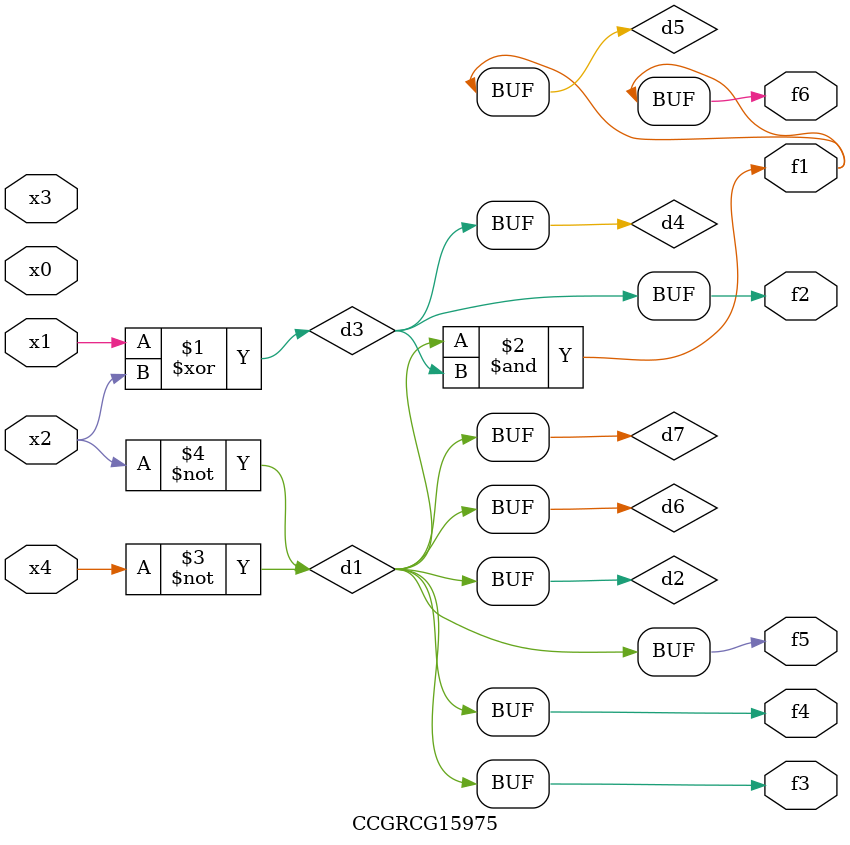
<source format=v>
module CCGRCG15975(
	input x0, x1, x2, x3, x4,
	output f1, f2, f3, f4, f5, f6
);

	wire d1, d2, d3, d4, d5, d6, d7;

	not (d1, x4);
	not (d2, x2);
	xor (d3, x1, x2);
	buf (d4, d3);
	and (d5, d1, d3);
	buf (d6, d1, d2);
	buf (d7, d2);
	assign f1 = d5;
	assign f2 = d4;
	assign f3 = d7;
	assign f4 = d7;
	assign f5 = d7;
	assign f6 = d5;
endmodule

</source>
